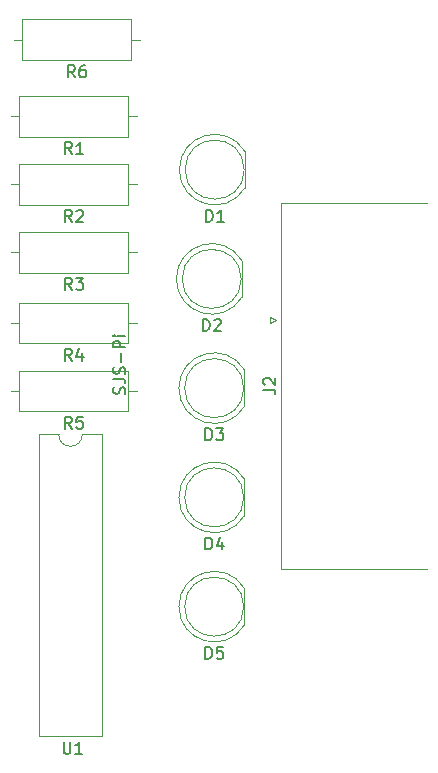
<source format=gto>
%TF.GenerationSoftware,KiCad,Pcbnew,5.1.9+dfsg1-1*%
%TF.CreationDate,2021-07-03T18:11:36+01:00*%
%TF.ProjectId,sjspi,736a7370-692e-46b6-9963-61645f706362,v1.0*%
%TF.SameCoordinates,Original*%
%TF.FileFunction,Legend,Top*%
%TF.FilePolarity,Positive*%
%FSLAX46Y46*%
G04 Gerber Fmt 4.6, Leading zero omitted, Abs format (unit mm)*
G04 Created by KiCad (PCBNEW 5.1.9+dfsg1-1) date 2021-07-03 18:11:36*
%MOMM*%
%LPD*%
G01*
G04 APERTURE LIST*
%ADD10C,0.150000*%
%ADD11C,0.120000*%
G04 APERTURE END LIST*
D10*
X149654761Y-98250000D02*
X149702380Y-98107142D01*
X149702380Y-97869047D01*
X149654761Y-97773809D01*
X149607142Y-97726190D01*
X149511904Y-97678571D01*
X149416666Y-97678571D01*
X149321428Y-97726190D01*
X149273809Y-97773809D01*
X149226190Y-97869047D01*
X149178571Y-98059523D01*
X149130952Y-98154761D01*
X149083333Y-98202380D01*
X148988095Y-98250000D01*
X148892857Y-98250000D01*
X148797619Y-98202380D01*
X148750000Y-98154761D01*
X148702380Y-98059523D01*
X148702380Y-97821428D01*
X148750000Y-97678571D01*
X148702380Y-96964285D02*
X149416666Y-96964285D01*
X149559523Y-97011904D01*
X149654761Y-97107142D01*
X149702380Y-97250000D01*
X149702380Y-97345238D01*
X149654761Y-96535714D02*
X149702380Y-96392857D01*
X149702380Y-96154761D01*
X149654761Y-96059523D01*
X149607142Y-96011904D01*
X149511904Y-95964285D01*
X149416666Y-95964285D01*
X149321428Y-96011904D01*
X149273809Y-96059523D01*
X149226190Y-96154761D01*
X149178571Y-96345238D01*
X149130952Y-96440476D01*
X149083333Y-96488095D01*
X148988095Y-96535714D01*
X148892857Y-96535714D01*
X148797619Y-96488095D01*
X148750000Y-96440476D01*
X148702380Y-96345238D01*
X148702380Y-96107142D01*
X148750000Y-95964285D01*
X149321428Y-95535714D02*
X149321428Y-94773809D01*
X149702380Y-94297619D02*
X148702380Y-94297619D01*
X148702380Y-93916666D01*
X148750000Y-93821428D01*
X148797619Y-93773809D01*
X148892857Y-93726190D01*
X149035714Y-93726190D01*
X149130952Y-93773809D01*
X149178571Y-93821428D01*
X149226190Y-93916666D01*
X149226190Y-94297619D01*
X149702380Y-93297619D02*
X149035714Y-93297619D01*
X148702380Y-93297619D02*
X148750000Y-93345238D01*
X148797619Y-93297619D01*
X148750000Y-93250000D01*
X148702380Y-93297619D01*
X148797619Y-93297619D01*
D11*
%TO.C,U1*%
X144060000Y-101670000D02*
X142410000Y-101670000D01*
X142410000Y-101670000D02*
X142410000Y-127190000D01*
X142410000Y-127190000D02*
X147710000Y-127190000D01*
X147710000Y-127190000D02*
X147710000Y-101670000D01*
X147710000Y-101670000D02*
X146060000Y-101670000D01*
X146060000Y-101670000D02*
G75*
G02*
X144060000Y-101670000I-1000000J0D01*
G01*
%TO.C,D1*%
X159770000Y-79250000D02*
G75*
G03*
X159770000Y-79250000I-2500000J0D01*
G01*
X159830000Y-80795000D02*
X159830000Y-77705000D01*
X154280000Y-79249538D02*
G75*
G03*
X159830000Y-80794830I2990000J-462D01*
G01*
X154280000Y-79250462D02*
G75*
G02*
X159830000Y-77705170I2990000J462D01*
G01*
%TO.C,D2*%
X159580000Y-90045000D02*
X159580000Y-86955000D01*
X159520000Y-88500000D02*
G75*
G03*
X159520000Y-88500000I-2500000J0D01*
G01*
X154030000Y-88500462D02*
G75*
G02*
X159580000Y-86955170I2990000J462D01*
G01*
X154030000Y-88499538D02*
G75*
G03*
X159580000Y-90044830I2990000J-462D01*
G01*
%TO.C,D3*%
X159730000Y-97750000D02*
G75*
G03*
X159730000Y-97750000I-2500000J0D01*
G01*
X159790000Y-99295000D02*
X159790000Y-96205000D01*
X154240000Y-97749538D02*
G75*
G03*
X159790000Y-99294830I2990000J-462D01*
G01*
X154240000Y-97750462D02*
G75*
G02*
X159790000Y-96205170I2990000J462D01*
G01*
%TO.C,D4*%
X159790000Y-108545000D02*
X159790000Y-105455000D01*
X159730000Y-107000000D02*
G75*
G03*
X159730000Y-107000000I-2500000J0D01*
G01*
X154240000Y-107000462D02*
G75*
G02*
X159790000Y-105455170I2990000J462D01*
G01*
X154240000Y-106999538D02*
G75*
G03*
X159790000Y-108544830I2990000J-462D01*
G01*
%TO.C,D5*%
X159730000Y-116250000D02*
G75*
G03*
X159730000Y-116250000I-2500000J0D01*
G01*
X159790000Y-117795000D02*
X159790000Y-114705000D01*
X154240000Y-116249538D02*
G75*
G03*
X159790000Y-117794830I2990000J-462D01*
G01*
X154240000Y-116250462D02*
G75*
G02*
X159790000Y-114705170I2990000J462D01*
G01*
%TO.C,J2*%
X175230000Y-113025000D02*
X162890000Y-113025000D01*
X162890000Y-113025000D02*
X162890000Y-82055000D01*
X162890000Y-82055000D02*
X175230000Y-82055000D01*
X161995662Y-92250000D02*
X161995662Y-91750000D01*
X161995662Y-91750000D02*
X162428675Y-92000000D01*
X162428675Y-92000000D02*
X161995662Y-92250000D01*
%TO.C,R1*%
X149970000Y-76470000D02*
X149970000Y-73030000D01*
X149970000Y-73030000D02*
X140730000Y-73030000D01*
X140730000Y-73030000D02*
X140730000Y-76470000D01*
X140730000Y-76470000D02*
X149970000Y-76470000D01*
X150660000Y-74750000D02*
X149970000Y-74750000D01*
X140040000Y-74750000D02*
X140730000Y-74750000D01*
%TO.C,R2*%
X140040000Y-80500000D02*
X140730000Y-80500000D01*
X150660000Y-80500000D02*
X149970000Y-80500000D01*
X140730000Y-82220000D02*
X149970000Y-82220000D01*
X140730000Y-78780000D02*
X140730000Y-82220000D01*
X149970000Y-78780000D02*
X140730000Y-78780000D01*
X149970000Y-82220000D02*
X149970000Y-78780000D01*
%TO.C,R3*%
X149970000Y-87970000D02*
X149970000Y-84530000D01*
X149970000Y-84530000D02*
X140730000Y-84530000D01*
X140730000Y-84530000D02*
X140730000Y-87970000D01*
X140730000Y-87970000D02*
X149970000Y-87970000D01*
X150660000Y-86250000D02*
X149970000Y-86250000D01*
X140040000Y-86250000D02*
X140730000Y-86250000D01*
%TO.C,R4*%
X140040000Y-92250000D02*
X140730000Y-92250000D01*
X150660000Y-92250000D02*
X149970000Y-92250000D01*
X140730000Y-93970000D02*
X149970000Y-93970000D01*
X140730000Y-90530000D02*
X140730000Y-93970000D01*
X149970000Y-90530000D02*
X140730000Y-90530000D01*
X149970000Y-93970000D02*
X149970000Y-90530000D01*
%TO.C,R5*%
X149970000Y-99720000D02*
X149970000Y-96280000D01*
X149970000Y-96280000D02*
X140730000Y-96280000D01*
X140730000Y-96280000D02*
X140730000Y-99720000D01*
X140730000Y-99720000D02*
X149970000Y-99720000D01*
X150660000Y-98000000D02*
X149970000Y-98000000D01*
X140040000Y-98000000D02*
X140730000Y-98000000D01*
%TO.C,R6*%
X140290000Y-68250000D02*
X140980000Y-68250000D01*
X150910000Y-68250000D02*
X150220000Y-68250000D01*
X140980000Y-69970000D02*
X150220000Y-69970000D01*
X140980000Y-66530000D02*
X140980000Y-69970000D01*
X150220000Y-66530000D02*
X140980000Y-66530000D01*
X150220000Y-69970000D02*
X150220000Y-66530000D01*
%TO.C,U1*%
D10*
X144488095Y-127702380D02*
X144488095Y-128511904D01*
X144535714Y-128607142D01*
X144583333Y-128654761D01*
X144678571Y-128702380D01*
X144869047Y-128702380D01*
X144964285Y-128654761D01*
X145011904Y-128607142D01*
X145059523Y-128511904D01*
X145059523Y-127702380D01*
X146059523Y-128702380D02*
X145488095Y-128702380D01*
X145773809Y-128702380D02*
X145773809Y-127702380D01*
X145678571Y-127845238D01*
X145583333Y-127940476D01*
X145488095Y-127988095D01*
%TO.C,D1*%
X156531904Y-83662380D02*
X156531904Y-82662380D01*
X156770000Y-82662380D01*
X156912857Y-82710000D01*
X157008095Y-82805238D01*
X157055714Y-82900476D01*
X157103333Y-83090952D01*
X157103333Y-83233809D01*
X157055714Y-83424285D01*
X157008095Y-83519523D01*
X156912857Y-83614761D01*
X156770000Y-83662380D01*
X156531904Y-83662380D01*
X158055714Y-83662380D02*
X157484285Y-83662380D01*
X157770000Y-83662380D02*
X157770000Y-82662380D01*
X157674761Y-82805238D01*
X157579523Y-82900476D01*
X157484285Y-82948095D01*
%TO.C,D2*%
X156281904Y-92912380D02*
X156281904Y-91912380D01*
X156520000Y-91912380D01*
X156662857Y-91960000D01*
X156758095Y-92055238D01*
X156805714Y-92150476D01*
X156853333Y-92340952D01*
X156853333Y-92483809D01*
X156805714Y-92674285D01*
X156758095Y-92769523D01*
X156662857Y-92864761D01*
X156520000Y-92912380D01*
X156281904Y-92912380D01*
X157234285Y-92007619D02*
X157281904Y-91960000D01*
X157377142Y-91912380D01*
X157615238Y-91912380D01*
X157710476Y-91960000D01*
X157758095Y-92007619D01*
X157805714Y-92102857D01*
X157805714Y-92198095D01*
X157758095Y-92340952D01*
X157186666Y-92912380D01*
X157805714Y-92912380D01*
%TO.C,D3*%
X156491904Y-102162380D02*
X156491904Y-101162380D01*
X156730000Y-101162380D01*
X156872857Y-101210000D01*
X156968095Y-101305238D01*
X157015714Y-101400476D01*
X157063333Y-101590952D01*
X157063333Y-101733809D01*
X157015714Y-101924285D01*
X156968095Y-102019523D01*
X156872857Y-102114761D01*
X156730000Y-102162380D01*
X156491904Y-102162380D01*
X157396666Y-101162380D02*
X158015714Y-101162380D01*
X157682380Y-101543333D01*
X157825238Y-101543333D01*
X157920476Y-101590952D01*
X157968095Y-101638571D01*
X158015714Y-101733809D01*
X158015714Y-101971904D01*
X157968095Y-102067142D01*
X157920476Y-102114761D01*
X157825238Y-102162380D01*
X157539523Y-102162380D01*
X157444285Y-102114761D01*
X157396666Y-102067142D01*
%TO.C,D4*%
X156491904Y-111412380D02*
X156491904Y-110412380D01*
X156730000Y-110412380D01*
X156872857Y-110460000D01*
X156968095Y-110555238D01*
X157015714Y-110650476D01*
X157063333Y-110840952D01*
X157063333Y-110983809D01*
X157015714Y-111174285D01*
X156968095Y-111269523D01*
X156872857Y-111364761D01*
X156730000Y-111412380D01*
X156491904Y-111412380D01*
X157920476Y-110745714D02*
X157920476Y-111412380D01*
X157682380Y-110364761D02*
X157444285Y-111079047D01*
X158063333Y-111079047D01*
%TO.C,D5*%
X156491904Y-120662380D02*
X156491904Y-119662380D01*
X156730000Y-119662380D01*
X156872857Y-119710000D01*
X156968095Y-119805238D01*
X157015714Y-119900476D01*
X157063333Y-120090952D01*
X157063333Y-120233809D01*
X157015714Y-120424285D01*
X156968095Y-120519523D01*
X156872857Y-120614761D01*
X156730000Y-120662380D01*
X156491904Y-120662380D01*
X157968095Y-119662380D02*
X157491904Y-119662380D01*
X157444285Y-120138571D01*
X157491904Y-120090952D01*
X157587142Y-120043333D01*
X157825238Y-120043333D01*
X157920476Y-120090952D01*
X157968095Y-120138571D01*
X158015714Y-120233809D01*
X158015714Y-120471904D01*
X157968095Y-120567142D01*
X157920476Y-120614761D01*
X157825238Y-120662380D01*
X157587142Y-120662380D01*
X157491904Y-120614761D01*
X157444285Y-120567142D01*
%TO.C,J2*%
X161402380Y-97873333D02*
X162116666Y-97873333D01*
X162259523Y-97920952D01*
X162354761Y-98016190D01*
X162402380Y-98159047D01*
X162402380Y-98254285D01*
X161497619Y-97444761D02*
X161450000Y-97397142D01*
X161402380Y-97301904D01*
X161402380Y-97063809D01*
X161450000Y-96968571D01*
X161497619Y-96920952D01*
X161592857Y-96873333D01*
X161688095Y-96873333D01*
X161830952Y-96920952D01*
X162402380Y-97492380D01*
X162402380Y-96873333D01*
%TO.C,R1*%
X145183333Y-77922380D02*
X144850000Y-77446190D01*
X144611904Y-77922380D02*
X144611904Y-76922380D01*
X144992857Y-76922380D01*
X145088095Y-76970000D01*
X145135714Y-77017619D01*
X145183333Y-77112857D01*
X145183333Y-77255714D01*
X145135714Y-77350952D01*
X145088095Y-77398571D01*
X144992857Y-77446190D01*
X144611904Y-77446190D01*
X146135714Y-77922380D02*
X145564285Y-77922380D01*
X145850000Y-77922380D02*
X145850000Y-76922380D01*
X145754761Y-77065238D01*
X145659523Y-77160476D01*
X145564285Y-77208095D01*
%TO.C,R2*%
X145183333Y-83672380D02*
X144850000Y-83196190D01*
X144611904Y-83672380D02*
X144611904Y-82672380D01*
X144992857Y-82672380D01*
X145088095Y-82720000D01*
X145135714Y-82767619D01*
X145183333Y-82862857D01*
X145183333Y-83005714D01*
X145135714Y-83100952D01*
X145088095Y-83148571D01*
X144992857Y-83196190D01*
X144611904Y-83196190D01*
X145564285Y-82767619D02*
X145611904Y-82720000D01*
X145707142Y-82672380D01*
X145945238Y-82672380D01*
X146040476Y-82720000D01*
X146088095Y-82767619D01*
X146135714Y-82862857D01*
X146135714Y-82958095D01*
X146088095Y-83100952D01*
X145516666Y-83672380D01*
X146135714Y-83672380D01*
%TO.C,R3*%
X145183333Y-89422380D02*
X144850000Y-88946190D01*
X144611904Y-89422380D02*
X144611904Y-88422380D01*
X144992857Y-88422380D01*
X145088095Y-88470000D01*
X145135714Y-88517619D01*
X145183333Y-88612857D01*
X145183333Y-88755714D01*
X145135714Y-88850952D01*
X145088095Y-88898571D01*
X144992857Y-88946190D01*
X144611904Y-88946190D01*
X145516666Y-88422380D02*
X146135714Y-88422380D01*
X145802380Y-88803333D01*
X145945238Y-88803333D01*
X146040476Y-88850952D01*
X146088095Y-88898571D01*
X146135714Y-88993809D01*
X146135714Y-89231904D01*
X146088095Y-89327142D01*
X146040476Y-89374761D01*
X145945238Y-89422380D01*
X145659523Y-89422380D01*
X145564285Y-89374761D01*
X145516666Y-89327142D01*
%TO.C,R4*%
X145183333Y-95422380D02*
X144850000Y-94946190D01*
X144611904Y-95422380D02*
X144611904Y-94422380D01*
X144992857Y-94422380D01*
X145088095Y-94470000D01*
X145135714Y-94517619D01*
X145183333Y-94612857D01*
X145183333Y-94755714D01*
X145135714Y-94850952D01*
X145088095Y-94898571D01*
X144992857Y-94946190D01*
X144611904Y-94946190D01*
X146040476Y-94755714D02*
X146040476Y-95422380D01*
X145802380Y-94374761D02*
X145564285Y-95089047D01*
X146183333Y-95089047D01*
%TO.C,R5*%
X145183333Y-101172380D02*
X144850000Y-100696190D01*
X144611904Y-101172380D02*
X144611904Y-100172380D01*
X144992857Y-100172380D01*
X145088095Y-100220000D01*
X145135714Y-100267619D01*
X145183333Y-100362857D01*
X145183333Y-100505714D01*
X145135714Y-100600952D01*
X145088095Y-100648571D01*
X144992857Y-100696190D01*
X144611904Y-100696190D01*
X146088095Y-100172380D02*
X145611904Y-100172380D01*
X145564285Y-100648571D01*
X145611904Y-100600952D01*
X145707142Y-100553333D01*
X145945238Y-100553333D01*
X146040476Y-100600952D01*
X146088095Y-100648571D01*
X146135714Y-100743809D01*
X146135714Y-100981904D01*
X146088095Y-101077142D01*
X146040476Y-101124761D01*
X145945238Y-101172380D01*
X145707142Y-101172380D01*
X145611904Y-101124761D01*
X145564285Y-101077142D01*
%TO.C,R6*%
X145433333Y-71422380D02*
X145100000Y-70946190D01*
X144861904Y-71422380D02*
X144861904Y-70422380D01*
X145242857Y-70422380D01*
X145338095Y-70470000D01*
X145385714Y-70517619D01*
X145433333Y-70612857D01*
X145433333Y-70755714D01*
X145385714Y-70850952D01*
X145338095Y-70898571D01*
X145242857Y-70946190D01*
X144861904Y-70946190D01*
X146290476Y-70422380D02*
X146100000Y-70422380D01*
X146004761Y-70470000D01*
X145957142Y-70517619D01*
X145861904Y-70660476D01*
X145814285Y-70850952D01*
X145814285Y-71231904D01*
X145861904Y-71327142D01*
X145909523Y-71374761D01*
X146004761Y-71422380D01*
X146195238Y-71422380D01*
X146290476Y-71374761D01*
X146338095Y-71327142D01*
X146385714Y-71231904D01*
X146385714Y-70993809D01*
X146338095Y-70898571D01*
X146290476Y-70850952D01*
X146195238Y-70803333D01*
X146004761Y-70803333D01*
X145909523Y-70850952D01*
X145861904Y-70898571D01*
X145814285Y-70993809D01*
%TD*%
M02*

</source>
